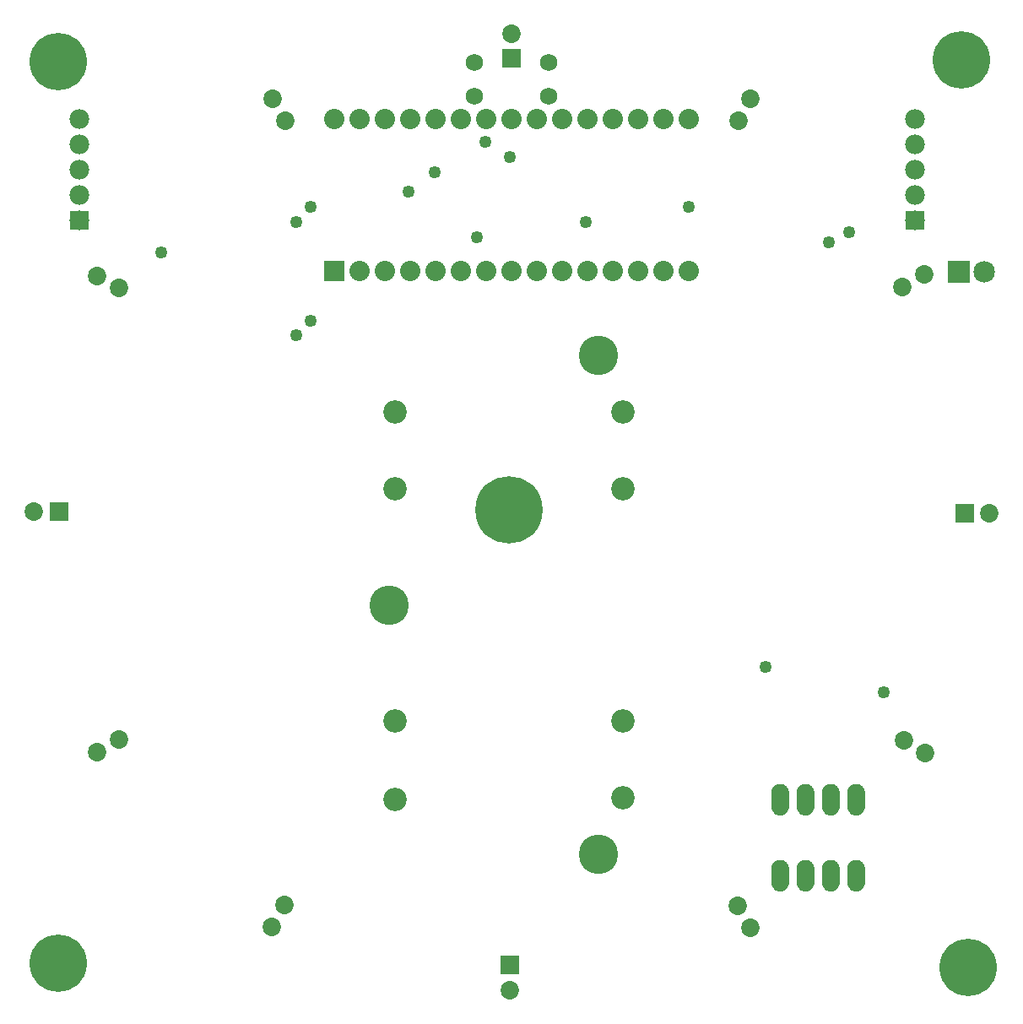
<source format=gbs>
G04 MADE WITH FRITZING*
G04 WWW.FRITZING.ORG*
G04 DOUBLE SIDED*
G04 HOLES PLATED*
G04 CONTOUR ON CENTER OF CONTOUR VECTOR*
%ASAXBY*%
%FSLAX23Y23*%
%MOIN*%
%OFA0B0*%
%SFA1.0B1.0*%
%ADD10C,0.049370*%
%ADD11C,0.085000*%
%ADD12C,0.068189*%
%ADD13C,0.069055*%
%ADD14C,0.080000*%
%ADD15C,0.092677*%
%ADD16C,0.265905*%
%ADD17C,0.155669*%
%ADD18C,0.072992*%
%ADD19C,0.226535*%
%ADD20C,0.077559*%
%ADD21R,0.085000X0.085000*%
%ADD22R,0.080000X0.079972*%
%ADD23R,0.072992X0.072992*%
%ADD24R,0.077559X0.077559*%
%ADD25C,0.025748*%
%ADD26R,0.001000X0.001000*%
%LNMASK0*%
G90*
G70*
G54D10*
X1838Y3050D03*
G54D11*
X3741Y2912D03*
X3841Y2912D03*
G54D12*
X3036Y527D03*
X3136Y527D03*
X3236Y527D03*
X3336Y527D03*
X3336Y827D03*
X3236Y827D03*
X3136Y827D03*
X3036Y827D03*
G54D13*
X1829Y3739D03*
X1829Y3605D03*
X1829Y3739D03*
X1829Y3605D03*
X2120Y3739D03*
X2120Y3605D03*
X2120Y3739D03*
X2120Y3605D03*
G54D14*
X1273Y2914D03*
X1373Y2914D03*
X1473Y2914D03*
X1573Y2914D03*
X1673Y2914D03*
X1773Y2914D03*
X1873Y2914D03*
X1973Y2914D03*
X2073Y2914D03*
X2173Y2914D03*
X2273Y2914D03*
X2373Y2914D03*
X2473Y2914D03*
X2573Y2914D03*
X2673Y2914D03*
X1273Y3514D03*
X1373Y3514D03*
X1473Y3514D03*
X1573Y3514D03*
X1673Y3514D03*
X1773Y3514D03*
X1873Y3514D03*
X1973Y3514D03*
X2073Y3514D03*
X2173Y3514D03*
X2273Y3514D03*
X2373Y3514D03*
X2473Y3514D03*
X2573Y3514D03*
X2673Y3514D03*
G54D10*
X591Y2990D03*
X1123Y2661D03*
X1182Y2720D03*
X1182Y3168D03*
X1123Y3109D03*
X2269Y3110D03*
X2675Y3169D03*
X2976Y1351D03*
X3308Y3069D03*
X3445Y1253D03*
X3229Y3030D03*
X1670Y3305D03*
X1969Y3365D03*
X1567Y3230D03*
X1871Y3424D03*
G54D15*
X2415Y2358D03*
X2415Y2055D03*
X1515Y2055D03*
X1515Y2358D03*
X1515Y829D03*
X1515Y1140D03*
X2415Y1140D03*
X2415Y837D03*
G54D16*
X1965Y1971D03*
G54D17*
X2319Y2582D03*
X1492Y1597D03*
X2319Y613D03*
G54D18*
X424Y2848D03*
X338Y2897D03*
X424Y2848D03*
X338Y2897D03*
X1975Y3755D03*
X1975Y3853D03*
X1975Y3755D03*
X1975Y3853D03*
G54D19*
X184Y181D03*
X3751Y3749D03*
X183Y3741D03*
X3776Y167D03*
G54D20*
X269Y3117D03*
X269Y3217D03*
X269Y3317D03*
X269Y3417D03*
X269Y3517D03*
X3569Y3117D03*
X3569Y3217D03*
X3569Y3317D03*
X3569Y3417D03*
X3569Y3517D03*
G54D18*
X186Y1967D03*
X87Y1967D03*
X186Y1967D03*
X87Y1967D03*
X2870Y3509D03*
X2919Y3595D03*
X2870Y3509D03*
X2919Y3595D03*
X3519Y2853D03*
X3604Y2902D03*
X3519Y2853D03*
X3604Y2902D03*
X425Y1067D03*
X339Y1017D03*
X425Y1067D03*
X339Y1017D03*
X1077Y411D03*
X1027Y326D03*
X1077Y411D03*
X1027Y326D03*
X2868Y408D03*
X2917Y323D03*
X2868Y408D03*
X2917Y323D03*
X1969Y174D03*
X1969Y75D03*
X1969Y174D03*
X1969Y75D03*
X1080Y3510D03*
X1031Y3595D03*
X1080Y3510D03*
X1031Y3595D03*
X3763Y1960D03*
X3862Y1960D03*
X3763Y1960D03*
X3862Y1960D03*
X3523Y1062D03*
X3608Y1013D03*
X3523Y1062D03*
X3608Y1013D03*
G54D21*
X3741Y2912D03*
G54D22*
X1273Y2914D03*
G54D23*
X1975Y3755D03*
X1975Y3755D03*
G54D24*
X269Y3117D03*
X3569Y3117D03*
G54D23*
X186Y1967D03*
X186Y1967D03*
X1969Y174D03*
X1969Y174D03*
X3763Y1960D03*
X3763Y1960D03*
G54D25*
G36*
X415Y2881D02*
X456Y2857D01*
X432Y2816D01*
X391Y2840D01*
X415Y2881D01*
G37*
D02*
G36*
X415Y2881D02*
X456Y2857D01*
X432Y2816D01*
X391Y2840D01*
X415Y2881D01*
G37*
D02*
G36*
X2902Y3518D02*
X2878Y3477D01*
X2838Y3501D01*
X2861Y3542D01*
X2902Y3518D01*
G37*
D02*
G36*
X2902Y3518D02*
X2878Y3477D01*
X2838Y3501D01*
X2861Y3542D01*
X2902Y3518D01*
G37*
D02*
G36*
X3551Y2844D02*
X3510Y2820D01*
X3486Y2861D01*
X3527Y2885D01*
X3551Y2844D01*
G37*
D02*
G36*
X3551Y2844D02*
X3510Y2820D01*
X3486Y2861D01*
X3527Y2885D01*
X3551Y2844D01*
G37*
D02*
G36*
X392Y1075D02*
X433Y1099D01*
X457Y1058D01*
X416Y1034D01*
X392Y1075D01*
G37*
D02*
G36*
X392Y1075D02*
X433Y1099D01*
X457Y1058D01*
X416Y1034D01*
X392Y1075D01*
G37*
D02*
G36*
X1044Y403D02*
X1068Y444D01*
X1109Y420D01*
X1085Y379D01*
X1044Y403D01*
G37*
D02*
G36*
X1044Y403D02*
X1068Y444D01*
X1109Y420D01*
X1085Y379D01*
X1044Y403D01*
G37*
D02*
G36*
X2859Y376D02*
X2836Y416D01*
X2877Y440D01*
X2900Y399D01*
X2859Y376D01*
G37*
D02*
G36*
X2859Y376D02*
X2836Y416D01*
X2877Y440D01*
X2900Y399D01*
X2859Y376D01*
G37*
D02*
G36*
X1089Y3542D02*
X1113Y3502D01*
X1072Y3478D01*
X1048Y3519D01*
X1089Y3542D01*
G37*
D02*
G36*
X1089Y3542D02*
X1113Y3502D01*
X1072Y3478D01*
X1048Y3519D01*
X1089Y3542D01*
G37*
D02*
G36*
X3531Y1029D02*
X3490Y1053D01*
X3514Y1094D01*
X3555Y1070D01*
X3531Y1029D01*
G37*
D02*
G36*
X3531Y1029D02*
X3490Y1053D01*
X3514Y1094D01*
X3555Y1070D01*
X3531Y1029D01*
G37*
D02*
G54D26*
X3335Y891D02*
X3335Y891D01*
X3028Y890D02*
X3043Y890D01*
X3128Y890D02*
X3143Y890D01*
X3228Y890D02*
X3243Y890D01*
X3328Y890D02*
X3343Y890D01*
X3025Y889D02*
X3046Y889D01*
X3125Y889D02*
X3146Y889D01*
X3225Y889D02*
X3246Y889D01*
X3325Y889D02*
X3346Y889D01*
X3022Y888D02*
X3049Y888D01*
X3122Y888D02*
X3149Y888D01*
X3222Y888D02*
X3249Y888D01*
X3322Y888D02*
X3349Y888D01*
X3020Y887D02*
X3051Y887D01*
X3120Y887D02*
X3151Y887D01*
X3220Y887D02*
X3251Y887D01*
X3320Y887D02*
X3351Y887D01*
X3018Y886D02*
X3052Y886D01*
X3118Y886D02*
X3152Y886D01*
X3218Y886D02*
X3252Y886D01*
X3318Y886D02*
X3352Y886D01*
X3017Y885D02*
X3054Y885D01*
X3117Y885D02*
X3154Y885D01*
X3217Y885D02*
X3254Y885D01*
X3317Y885D02*
X3354Y885D01*
X3015Y884D02*
X3055Y884D01*
X3115Y884D02*
X3155Y884D01*
X3215Y884D02*
X3255Y884D01*
X3315Y884D02*
X3355Y884D01*
X3014Y883D02*
X3057Y883D01*
X3114Y883D02*
X3157Y883D01*
X3214Y883D02*
X3257Y883D01*
X3314Y883D02*
X3357Y883D01*
X3013Y882D02*
X3058Y882D01*
X3113Y882D02*
X3158Y882D01*
X3213Y882D02*
X3258Y882D01*
X3313Y882D02*
X3358Y882D01*
X3012Y881D02*
X3059Y881D01*
X3112Y881D02*
X3159Y881D01*
X3212Y881D02*
X3259Y881D01*
X3312Y881D02*
X3359Y881D01*
X3011Y880D02*
X3060Y880D01*
X3111Y880D02*
X3160Y880D01*
X3211Y880D02*
X3260Y880D01*
X3311Y880D02*
X3360Y880D01*
X3010Y879D02*
X3061Y879D01*
X3110Y879D02*
X3161Y879D01*
X3210Y879D02*
X3261Y879D01*
X3310Y879D02*
X3361Y879D01*
X3009Y878D02*
X3062Y878D01*
X3109Y878D02*
X3162Y878D01*
X3209Y878D02*
X3262Y878D01*
X3309Y878D02*
X3362Y878D01*
X3008Y877D02*
X3062Y877D01*
X3108Y877D02*
X3162Y877D01*
X3208Y877D02*
X3262Y877D01*
X3308Y877D02*
X3362Y877D01*
X3008Y876D02*
X3063Y876D01*
X3108Y876D02*
X3163Y876D01*
X3208Y876D02*
X3263Y876D01*
X3308Y876D02*
X3363Y876D01*
X3007Y875D02*
X3064Y875D01*
X3107Y875D02*
X3164Y875D01*
X3207Y875D02*
X3264Y875D01*
X3307Y875D02*
X3364Y875D01*
X3006Y874D02*
X3064Y874D01*
X3106Y874D02*
X3164Y874D01*
X3206Y874D02*
X3264Y874D01*
X3306Y874D02*
X3364Y874D01*
X3006Y873D02*
X3065Y873D01*
X3106Y873D02*
X3165Y873D01*
X3206Y873D02*
X3265Y873D01*
X3306Y873D02*
X3365Y873D01*
X3005Y872D02*
X3065Y872D01*
X3105Y872D02*
X3165Y872D01*
X3205Y872D02*
X3265Y872D01*
X3305Y872D02*
X3365Y872D01*
X3005Y871D02*
X3066Y871D01*
X3105Y871D02*
X3166Y871D01*
X3205Y871D02*
X3266Y871D01*
X3305Y871D02*
X3366Y871D01*
X3004Y870D02*
X3066Y870D01*
X3104Y870D02*
X3166Y870D01*
X3204Y870D02*
X3266Y870D01*
X3304Y870D02*
X3366Y870D01*
X3004Y869D02*
X3067Y869D01*
X3104Y869D02*
X3167Y869D01*
X3204Y869D02*
X3267Y869D01*
X3304Y869D02*
X3367Y869D01*
X3004Y868D02*
X3067Y868D01*
X3104Y868D02*
X3167Y868D01*
X3204Y868D02*
X3267Y868D01*
X3304Y868D02*
X3367Y868D01*
X3003Y867D02*
X3067Y867D01*
X3103Y867D02*
X3167Y867D01*
X3203Y867D02*
X3267Y867D01*
X3303Y867D02*
X3367Y867D01*
X3003Y866D02*
X3068Y866D01*
X3103Y866D02*
X3168Y866D01*
X3203Y866D02*
X3268Y866D01*
X3303Y866D02*
X3368Y866D01*
X3003Y865D02*
X3068Y865D01*
X3103Y865D02*
X3168Y865D01*
X3203Y865D02*
X3268Y865D01*
X3303Y865D02*
X3368Y865D01*
X3003Y864D02*
X3068Y864D01*
X3103Y864D02*
X3168Y864D01*
X3203Y864D02*
X3268Y864D01*
X3303Y864D02*
X3368Y864D01*
X3002Y863D02*
X3068Y863D01*
X3102Y863D02*
X3168Y863D01*
X3202Y863D02*
X3268Y863D01*
X3302Y863D02*
X3368Y863D01*
X3002Y862D02*
X3068Y862D01*
X3102Y862D02*
X3168Y862D01*
X3202Y862D02*
X3268Y862D01*
X3302Y862D02*
X3368Y862D01*
X3002Y861D02*
X3069Y861D01*
X3102Y861D02*
X3169Y861D01*
X3202Y861D02*
X3269Y861D01*
X3302Y861D02*
X3369Y861D01*
X3002Y860D02*
X3069Y860D01*
X3102Y860D02*
X3169Y860D01*
X3202Y860D02*
X3269Y860D01*
X3302Y860D02*
X3369Y860D01*
X3002Y859D02*
X3069Y859D01*
X3102Y859D02*
X3169Y859D01*
X3202Y859D02*
X3269Y859D01*
X3302Y859D02*
X3369Y859D01*
X3002Y858D02*
X3069Y858D01*
X3102Y858D02*
X3169Y858D01*
X3202Y858D02*
X3269Y858D01*
X3302Y858D02*
X3369Y858D01*
X3002Y857D02*
X3069Y857D01*
X3102Y857D02*
X3169Y857D01*
X3202Y857D02*
X3269Y857D01*
X3302Y857D02*
X3369Y857D01*
X3002Y856D02*
X3069Y856D01*
X3102Y856D02*
X3169Y856D01*
X3202Y856D02*
X3269Y856D01*
X3302Y856D02*
X3369Y856D01*
X3002Y855D02*
X3069Y855D01*
X3102Y855D02*
X3169Y855D01*
X3202Y855D02*
X3269Y855D01*
X3302Y855D02*
X3369Y855D01*
X3002Y854D02*
X3069Y854D01*
X3102Y854D02*
X3169Y854D01*
X3202Y854D02*
X3269Y854D01*
X3302Y854D02*
X3369Y854D01*
X3002Y853D02*
X3069Y853D01*
X3102Y853D02*
X3169Y853D01*
X3202Y853D02*
X3269Y853D01*
X3302Y853D02*
X3369Y853D01*
X3002Y852D02*
X3069Y852D01*
X3102Y852D02*
X3169Y852D01*
X3202Y852D02*
X3269Y852D01*
X3302Y852D02*
X3369Y852D01*
X3002Y851D02*
X3069Y851D01*
X3102Y851D02*
X3169Y851D01*
X3202Y851D02*
X3269Y851D01*
X3302Y851D02*
X3369Y851D01*
X3002Y850D02*
X3069Y850D01*
X3102Y850D02*
X3169Y850D01*
X3202Y850D02*
X3269Y850D01*
X3302Y850D02*
X3369Y850D01*
X3002Y849D02*
X3069Y849D01*
X3102Y849D02*
X3169Y849D01*
X3202Y849D02*
X3269Y849D01*
X3302Y849D02*
X3369Y849D01*
X3002Y848D02*
X3069Y848D01*
X3102Y848D02*
X3169Y848D01*
X3202Y848D02*
X3269Y848D01*
X3302Y848D02*
X3369Y848D01*
X3002Y847D02*
X3069Y847D01*
X3102Y847D02*
X3169Y847D01*
X3202Y847D02*
X3269Y847D01*
X3302Y847D02*
X3369Y847D01*
X3002Y846D02*
X3069Y846D01*
X3102Y846D02*
X3169Y846D01*
X3202Y846D02*
X3269Y846D01*
X3302Y846D02*
X3369Y846D01*
X3002Y845D02*
X3069Y845D01*
X3102Y845D02*
X3169Y845D01*
X3202Y845D02*
X3269Y845D01*
X3302Y845D02*
X3369Y845D01*
X3002Y844D02*
X3069Y844D01*
X3102Y844D02*
X3169Y844D01*
X3202Y844D02*
X3269Y844D01*
X3302Y844D02*
X3369Y844D01*
X3002Y843D02*
X3069Y843D01*
X3102Y843D02*
X3169Y843D01*
X3202Y843D02*
X3269Y843D01*
X3302Y843D02*
X3369Y843D01*
X3002Y842D02*
X3069Y842D01*
X3102Y842D02*
X3169Y842D01*
X3202Y842D02*
X3269Y842D01*
X3302Y842D02*
X3369Y842D01*
X3002Y841D02*
X3030Y841D01*
X3041Y841D02*
X3069Y841D01*
X3102Y841D02*
X3130Y841D01*
X3141Y841D02*
X3169Y841D01*
X3202Y841D02*
X3230Y841D01*
X3241Y841D02*
X3269Y841D01*
X3302Y841D02*
X3330Y841D01*
X3341Y841D02*
X3369Y841D01*
X3002Y840D02*
X3028Y840D01*
X3043Y840D02*
X3069Y840D01*
X3102Y840D02*
X3128Y840D01*
X3143Y840D02*
X3169Y840D01*
X3202Y840D02*
X3228Y840D01*
X3243Y840D02*
X3269Y840D01*
X3302Y840D02*
X3328Y840D01*
X3343Y840D02*
X3369Y840D01*
X3002Y839D02*
X3026Y839D01*
X3044Y839D02*
X3069Y839D01*
X3102Y839D02*
X3126Y839D01*
X3144Y839D02*
X3169Y839D01*
X3202Y839D02*
X3226Y839D01*
X3244Y839D02*
X3269Y839D01*
X3302Y839D02*
X3326Y839D01*
X3344Y839D02*
X3369Y839D01*
X3002Y838D02*
X3025Y838D01*
X3046Y838D02*
X3069Y838D01*
X3102Y838D02*
X3125Y838D01*
X3146Y838D02*
X3169Y838D01*
X3202Y838D02*
X3225Y838D01*
X3246Y838D02*
X3269Y838D01*
X3302Y838D02*
X3325Y838D01*
X3346Y838D02*
X3369Y838D01*
X3002Y837D02*
X3024Y837D01*
X3046Y837D02*
X3069Y837D01*
X3102Y837D02*
X3124Y837D01*
X3146Y837D02*
X3169Y837D01*
X3202Y837D02*
X3224Y837D01*
X3246Y837D02*
X3269Y837D01*
X3302Y837D02*
X3324Y837D01*
X3346Y837D02*
X3369Y837D01*
X3002Y836D02*
X3023Y836D01*
X3047Y836D02*
X3069Y836D01*
X3102Y836D02*
X3123Y836D01*
X3147Y836D02*
X3169Y836D01*
X3202Y836D02*
X3223Y836D01*
X3247Y836D02*
X3269Y836D01*
X3302Y836D02*
X3323Y836D01*
X3347Y836D02*
X3369Y836D01*
X3002Y835D02*
X3023Y835D01*
X3048Y835D02*
X3069Y835D01*
X3102Y835D02*
X3123Y835D01*
X3148Y835D02*
X3169Y835D01*
X3202Y835D02*
X3223Y835D01*
X3248Y835D02*
X3269Y835D01*
X3302Y835D02*
X3323Y835D01*
X3348Y835D02*
X3369Y835D01*
X3002Y834D02*
X3022Y834D01*
X3049Y834D02*
X3069Y834D01*
X3102Y834D02*
X3122Y834D01*
X3149Y834D02*
X3169Y834D01*
X3202Y834D02*
X3222Y834D01*
X3249Y834D02*
X3269Y834D01*
X3302Y834D02*
X3322Y834D01*
X3349Y834D02*
X3369Y834D01*
X3002Y833D02*
X3022Y833D01*
X3049Y833D02*
X3069Y833D01*
X3102Y833D02*
X3122Y833D01*
X3149Y833D02*
X3169Y833D01*
X3202Y833D02*
X3222Y833D01*
X3249Y833D02*
X3269Y833D01*
X3302Y833D02*
X3322Y833D01*
X3349Y833D02*
X3369Y833D01*
X3002Y832D02*
X3021Y832D01*
X3049Y832D02*
X3069Y832D01*
X3102Y832D02*
X3121Y832D01*
X3149Y832D02*
X3169Y832D01*
X3202Y832D02*
X3221Y832D01*
X3249Y832D02*
X3269Y832D01*
X3302Y832D02*
X3321Y832D01*
X3349Y832D02*
X3369Y832D01*
X3002Y831D02*
X3021Y831D01*
X3050Y831D02*
X3069Y831D01*
X3102Y831D02*
X3121Y831D01*
X3150Y831D02*
X3169Y831D01*
X3202Y831D02*
X3221Y831D01*
X3250Y831D02*
X3269Y831D01*
X3302Y831D02*
X3321Y831D01*
X3350Y831D02*
X3369Y831D01*
X3002Y830D02*
X3021Y830D01*
X3050Y830D02*
X3069Y830D01*
X3102Y830D02*
X3121Y830D01*
X3150Y830D02*
X3169Y830D01*
X3202Y830D02*
X3221Y830D01*
X3250Y830D02*
X3269Y830D01*
X3302Y830D02*
X3321Y830D01*
X3350Y830D02*
X3369Y830D01*
X3002Y829D02*
X3021Y829D01*
X3050Y829D02*
X3069Y829D01*
X3102Y829D02*
X3121Y829D01*
X3150Y829D02*
X3169Y829D01*
X3202Y829D02*
X3221Y829D01*
X3250Y829D02*
X3269Y829D01*
X3302Y829D02*
X3321Y829D01*
X3350Y829D02*
X3369Y829D01*
X3002Y828D02*
X3021Y828D01*
X3050Y828D02*
X3069Y828D01*
X3102Y828D02*
X3121Y828D01*
X3150Y828D02*
X3169Y828D01*
X3202Y828D02*
X3221Y828D01*
X3250Y828D02*
X3269Y828D01*
X3302Y828D02*
X3321Y828D01*
X3350Y828D02*
X3369Y828D01*
X3002Y827D02*
X3021Y827D01*
X3050Y827D02*
X3069Y827D01*
X3102Y827D02*
X3121Y827D01*
X3150Y827D02*
X3169Y827D01*
X3202Y827D02*
X3221Y827D01*
X3250Y827D02*
X3269Y827D01*
X3302Y827D02*
X3321Y827D01*
X3350Y827D02*
X3369Y827D01*
X3002Y826D02*
X3021Y826D01*
X3050Y826D02*
X3069Y826D01*
X3102Y826D02*
X3121Y826D01*
X3150Y826D02*
X3169Y826D01*
X3202Y826D02*
X3221Y826D01*
X3250Y826D02*
X3269Y826D01*
X3302Y826D02*
X3321Y826D01*
X3350Y826D02*
X3369Y826D01*
X3002Y825D02*
X3021Y825D01*
X3050Y825D02*
X3069Y825D01*
X3102Y825D02*
X3121Y825D01*
X3150Y825D02*
X3169Y825D01*
X3202Y825D02*
X3221Y825D01*
X3250Y825D02*
X3269Y825D01*
X3302Y825D02*
X3321Y825D01*
X3350Y825D02*
X3369Y825D01*
X3002Y824D02*
X3021Y824D01*
X3049Y824D02*
X3069Y824D01*
X3102Y824D02*
X3121Y824D01*
X3149Y824D02*
X3169Y824D01*
X3202Y824D02*
X3221Y824D01*
X3249Y824D02*
X3269Y824D01*
X3302Y824D02*
X3321Y824D01*
X3349Y824D02*
X3369Y824D01*
X3002Y823D02*
X3022Y823D01*
X3049Y823D02*
X3069Y823D01*
X3102Y823D02*
X3122Y823D01*
X3149Y823D02*
X3169Y823D01*
X3202Y823D02*
X3222Y823D01*
X3249Y823D02*
X3269Y823D01*
X3302Y823D02*
X3322Y823D01*
X3349Y823D02*
X3369Y823D01*
X3002Y822D02*
X3022Y822D01*
X3049Y822D02*
X3069Y822D01*
X3102Y822D02*
X3122Y822D01*
X3149Y822D02*
X3169Y822D01*
X3202Y822D02*
X3222Y822D01*
X3249Y822D02*
X3269Y822D01*
X3302Y822D02*
X3322Y822D01*
X3349Y822D02*
X3369Y822D01*
X3002Y821D02*
X3023Y821D01*
X3048Y821D02*
X3069Y821D01*
X3102Y821D02*
X3123Y821D01*
X3148Y821D02*
X3169Y821D01*
X3202Y821D02*
X3223Y821D01*
X3248Y821D02*
X3269Y821D01*
X3302Y821D02*
X3323Y821D01*
X3348Y821D02*
X3369Y821D01*
X3002Y820D02*
X3023Y820D01*
X3048Y820D02*
X3069Y820D01*
X3102Y820D02*
X3123Y820D01*
X3148Y820D02*
X3169Y820D01*
X3202Y820D02*
X3223Y820D01*
X3248Y820D02*
X3269Y820D01*
X3302Y820D02*
X3323Y820D01*
X3348Y820D02*
X3369Y820D01*
X3002Y819D02*
X3024Y819D01*
X3047Y819D02*
X3069Y819D01*
X3102Y819D02*
X3124Y819D01*
X3147Y819D02*
X3169Y819D01*
X3202Y819D02*
X3224Y819D01*
X3247Y819D02*
X3269Y819D01*
X3302Y819D02*
X3324Y819D01*
X3347Y819D02*
X3369Y819D01*
X3002Y818D02*
X3025Y818D01*
X3046Y818D02*
X3069Y818D01*
X3102Y818D02*
X3125Y818D01*
X3146Y818D02*
X3169Y818D01*
X3202Y818D02*
X3225Y818D01*
X3246Y818D02*
X3269Y818D01*
X3302Y818D02*
X3325Y818D01*
X3346Y818D02*
X3369Y818D01*
X3002Y817D02*
X3026Y817D01*
X3045Y817D02*
X3069Y817D01*
X3102Y817D02*
X3126Y817D01*
X3145Y817D02*
X3169Y817D01*
X3202Y817D02*
X3226Y817D01*
X3245Y817D02*
X3269Y817D01*
X3302Y817D02*
X3326Y817D01*
X3345Y817D02*
X3369Y817D01*
X3002Y816D02*
X3027Y816D01*
X3044Y816D02*
X3069Y816D01*
X3102Y816D02*
X3127Y816D01*
X3144Y816D02*
X3169Y816D01*
X3202Y816D02*
X3227Y816D01*
X3244Y816D02*
X3269Y816D01*
X3302Y816D02*
X3327Y816D01*
X3344Y816D02*
X3369Y816D01*
X3002Y815D02*
X3029Y815D01*
X3042Y815D02*
X3069Y815D01*
X3102Y815D02*
X3129Y815D01*
X3142Y815D02*
X3169Y815D01*
X3202Y815D02*
X3229Y815D01*
X3242Y815D02*
X3269Y815D01*
X3302Y815D02*
X3329Y815D01*
X3342Y815D02*
X3369Y815D01*
X3002Y814D02*
X3032Y814D01*
X3039Y814D02*
X3069Y814D01*
X3102Y814D02*
X3132Y814D01*
X3139Y814D02*
X3169Y814D01*
X3202Y814D02*
X3232Y814D01*
X3239Y814D02*
X3269Y814D01*
X3302Y814D02*
X3332Y814D01*
X3339Y814D02*
X3369Y814D01*
X3002Y813D02*
X3069Y813D01*
X3102Y813D02*
X3169Y813D01*
X3202Y813D02*
X3269Y813D01*
X3302Y813D02*
X3369Y813D01*
X3002Y812D02*
X3069Y812D01*
X3102Y812D02*
X3169Y812D01*
X3202Y812D02*
X3269Y812D01*
X3302Y812D02*
X3369Y812D01*
X3002Y811D02*
X3069Y811D01*
X3102Y811D02*
X3169Y811D01*
X3202Y811D02*
X3269Y811D01*
X3302Y811D02*
X3369Y811D01*
X3002Y810D02*
X3069Y810D01*
X3102Y810D02*
X3169Y810D01*
X3202Y810D02*
X3269Y810D01*
X3302Y810D02*
X3369Y810D01*
X3002Y809D02*
X3069Y809D01*
X3102Y809D02*
X3169Y809D01*
X3202Y809D02*
X3269Y809D01*
X3302Y809D02*
X3369Y809D01*
X3002Y808D02*
X3069Y808D01*
X3102Y808D02*
X3169Y808D01*
X3202Y808D02*
X3269Y808D01*
X3302Y808D02*
X3369Y808D01*
X3002Y807D02*
X3069Y807D01*
X3102Y807D02*
X3169Y807D01*
X3202Y807D02*
X3269Y807D01*
X3302Y807D02*
X3369Y807D01*
X3002Y806D02*
X3069Y806D01*
X3102Y806D02*
X3169Y806D01*
X3202Y806D02*
X3269Y806D01*
X3302Y806D02*
X3369Y806D01*
X3002Y805D02*
X3069Y805D01*
X3102Y805D02*
X3169Y805D01*
X3202Y805D02*
X3269Y805D01*
X3302Y805D02*
X3369Y805D01*
X3002Y804D02*
X3069Y804D01*
X3102Y804D02*
X3169Y804D01*
X3202Y804D02*
X3269Y804D01*
X3302Y804D02*
X3369Y804D01*
X3002Y803D02*
X3069Y803D01*
X3102Y803D02*
X3169Y803D01*
X3202Y803D02*
X3269Y803D01*
X3302Y803D02*
X3369Y803D01*
X3002Y802D02*
X3069Y802D01*
X3102Y802D02*
X3169Y802D01*
X3202Y802D02*
X3269Y802D01*
X3302Y802D02*
X3369Y802D01*
X3002Y801D02*
X3069Y801D01*
X3102Y801D02*
X3169Y801D01*
X3202Y801D02*
X3269Y801D01*
X3302Y801D02*
X3369Y801D01*
X3002Y800D02*
X3069Y800D01*
X3102Y800D02*
X3169Y800D01*
X3202Y800D02*
X3269Y800D01*
X3302Y800D02*
X3369Y800D01*
X3002Y799D02*
X3069Y799D01*
X3102Y799D02*
X3169Y799D01*
X3202Y799D02*
X3269Y799D01*
X3302Y799D02*
X3369Y799D01*
X3002Y798D02*
X3069Y798D01*
X3102Y798D02*
X3169Y798D01*
X3202Y798D02*
X3269Y798D01*
X3302Y798D02*
X3369Y798D01*
X3002Y797D02*
X3069Y797D01*
X3102Y797D02*
X3169Y797D01*
X3202Y797D02*
X3269Y797D01*
X3302Y797D02*
X3369Y797D01*
X3002Y796D02*
X3069Y796D01*
X3102Y796D02*
X3169Y796D01*
X3202Y796D02*
X3269Y796D01*
X3302Y796D02*
X3369Y796D01*
X3002Y795D02*
X3069Y795D01*
X3102Y795D02*
X3169Y795D01*
X3202Y795D02*
X3269Y795D01*
X3302Y795D02*
X3369Y795D01*
X3002Y794D02*
X3069Y794D01*
X3102Y794D02*
X3169Y794D01*
X3202Y794D02*
X3269Y794D01*
X3302Y794D02*
X3369Y794D01*
X3002Y793D02*
X3068Y793D01*
X3102Y793D02*
X3168Y793D01*
X3202Y793D02*
X3268Y793D01*
X3302Y793D02*
X3368Y793D01*
X3002Y792D02*
X3068Y792D01*
X3102Y792D02*
X3168Y792D01*
X3202Y792D02*
X3268Y792D01*
X3302Y792D02*
X3368Y792D01*
X3003Y791D02*
X3068Y791D01*
X3103Y791D02*
X3168Y791D01*
X3203Y791D02*
X3268Y791D01*
X3303Y791D02*
X3368Y791D01*
X3003Y790D02*
X3068Y790D01*
X3103Y790D02*
X3168Y790D01*
X3203Y790D02*
X3268Y790D01*
X3303Y790D02*
X3368Y790D01*
X3003Y789D02*
X3067Y789D01*
X3103Y789D02*
X3167Y789D01*
X3203Y789D02*
X3267Y789D01*
X3303Y789D02*
X3367Y789D01*
X3004Y788D02*
X3067Y788D01*
X3104Y788D02*
X3167Y788D01*
X3204Y788D02*
X3267Y788D01*
X3304Y788D02*
X3367Y788D01*
X3004Y787D02*
X3067Y787D01*
X3104Y787D02*
X3167Y787D01*
X3204Y787D02*
X3267Y787D01*
X3304Y787D02*
X3367Y787D01*
X3004Y786D02*
X3066Y786D01*
X3104Y786D02*
X3166Y786D01*
X3204Y786D02*
X3266Y786D01*
X3304Y786D02*
X3366Y786D01*
X3005Y785D02*
X3066Y785D01*
X3105Y785D02*
X3166Y785D01*
X3205Y785D02*
X3266Y785D01*
X3305Y785D02*
X3366Y785D01*
X3005Y784D02*
X3065Y784D01*
X3105Y784D02*
X3165Y784D01*
X3205Y784D02*
X3265Y784D01*
X3305Y784D02*
X3365Y784D01*
X3006Y783D02*
X3065Y783D01*
X3106Y783D02*
X3165Y783D01*
X3206Y783D02*
X3265Y783D01*
X3306Y783D02*
X3365Y783D01*
X3006Y782D02*
X3064Y782D01*
X3106Y782D02*
X3164Y782D01*
X3206Y782D02*
X3264Y782D01*
X3306Y782D02*
X3364Y782D01*
X3007Y781D02*
X3064Y781D01*
X3107Y781D02*
X3164Y781D01*
X3207Y781D02*
X3264Y781D01*
X3307Y781D02*
X3364Y781D01*
X3007Y780D02*
X3063Y780D01*
X3107Y780D02*
X3163Y780D01*
X3207Y780D02*
X3263Y780D01*
X3307Y780D02*
X3363Y780D01*
X3008Y779D02*
X3063Y779D01*
X3108Y779D02*
X3163Y779D01*
X3208Y779D02*
X3263Y779D01*
X3308Y779D02*
X3363Y779D01*
X3009Y778D02*
X3062Y778D01*
X3109Y778D02*
X3162Y778D01*
X3209Y778D02*
X3262Y778D01*
X3309Y778D02*
X3362Y778D01*
X3010Y777D02*
X3061Y777D01*
X3110Y777D02*
X3161Y777D01*
X3210Y777D02*
X3261Y777D01*
X3310Y777D02*
X3361Y777D01*
X3010Y776D02*
X3060Y776D01*
X3110Y776D02*
X3160Y776D01*
X3210Y776D02*
X3260Y776D01*
X3310Y776D02*
X3360Y776D01*
X3011Y775D02*
X3059Y775D01*
X3111Y775D02*
X3159Y775D01*
X3211Y775D02*
X3259Y775D01*
X3311Y775D02*
X3359Y775D01*
X3012Y774D02*
X3058Y774D01*
X3112Y774D02*
X3158Y774D01*
X3212Y774D02*
X3258Y774D01*
X3312Y774D02*
X3358Y774D01*
X3014Y773D02*
X3057Y773D01*
X3114Y773D02*
X3157Y773D01*
X3214Y773D02*
X3257Y773D01*
X3314Y773D02*
X3357Y773D01*
X3015Y772D02*
X3056Y772D01*
X3115Y772D02*
X3156Y772D01*
X3215Y772D02*
X3256Y772D01*
X3315Y772D02*
X3356Y772D01*
X3016Y771D02*
X3055Y771D01*
X3116Y771D02*
X3155Y771D01*
X3216Y771D02*
X3255Y771D01*
X3316Y771D02*
X3355Y771D01*
X3018Y770D02*
X3053Y770D01*
X3118Y770D02*
X3153Y770D01*
X3218Y770D02*
X3253Y770D01*
X3318Y770D02*
X3353Y770D01*
X3019Y769D02*
X3051Y769D01*
X3119Y769D02*
X3151Y769D01*
X3219Y769D02*
X3251Y769D01*
X3319Y769D02*
X3351Y769D01*
X3021Y768D02*
X3049Y768D01*
X3121Y768D02*
X3149Y768D01*
X3221Y768D02*
X3249Y768D01*
X3321Y768D02*
X3349Y768D01*
X3024Y767D02*
X3047Y767D01*
X3124Y767D02*
X3147Y767D01*
X3224Y767D02*
X3247Y767D01*
X3324Y767D02*
X3347Y767D01*
X3027Y766D02*
X3044Y766D01*
X3127Y766D02*
X3144Y766D01*
X3227Y766D02*
X3244Y766D01*
X3327Y766D02*
X3344Y766D01*
X3031Y765D02*
X3039Y765D01*
X3131Y765D02*
X3139Y765D01*
X3231Y765D02*
X3239Y765D01*
X3331Y765D02*
X3339Y765D01*
X3335Y591D02*
X3335Y591D01*
X3028Y590D02*
X3043Y590D01*
X3128Y590D02*
X3143Y590D01*
X3228Y590D02*
X3243Y590D01*
X3328Y590D02*
X3343Y590D01*
X3025Y589D02*
X3046Y589D01*
X3125Y589D02*
X3146Y589D01*
X3225Y589D02*
X3246Y589D01*
X3325Y589D02*
X3346Y589D01*
X3022Y588D02*
X3049Y588D01*
X3122Y588D02*
X3149Y588D01*
X3222Y588D02*
X3249Y588D01*
X3322Y588D02*
X3349Y588D01*
X3020Y587D02*
X3051Y587D01*
X3120Y587D02*
X3151Y587D01*
X3220Y587D02*
X3251Y587D01*
X3320Y587D02*
X3351Y587D01*
X3018Y586D02*
X3052Y586D01*
X3118Y586D02*
X3152Y586D01*
X3218Y586D02*
X3252Y586D01*
X3318Y586D02*
X3352Y586D01*
X3017Y585D02*
X3054Y585D01*
X3117Y585D02*
X3154Y585D01*
X3217Y585D02*
X3254Y585D01*
X3317Y585D02*
X3354Y585D01*
X3015Y584D02*
X3055Y584D01*
X3115Y584D02*
X3155Y584D01*
X3215Y584D02*
X3255Y584D01*
X3315Y584D02*
X3355Y584D01*
X3014Y583D02*
X3057Y583D01*
X3114Y583D02*
X3157Y583D01*
X3214Y583D02*
X3257Y583D01*
X3314Y583D02*
X3357Y583D01*
X3013Y582D02*
X3058Y582D01*
X3113Y582D02*
X3158Y582D01*
X3213Y582D02*
X3258Y582D01*
X3313Y582D02*
X3358Y582D01*
X3012Y581D02*
X3059Y581D01*
X3112Y581D02*
X3159Y581D01*
X3212Y581D02*
X3259Y581D01*
X3312Y581D02*
X3359Y581D01*
X3011Y580D02*
X3060Y580D01*
X3111Y580D02*
X3160Y580D01*
X3211Y580D02*
X3260Y580D01*
X3311Y580D02*
X3360Y580D01*
X3010Y579D02*
X3061Y579D01*
X3110Y579D02*
X3161Y579D01*
X3210Y579D02*
X3261Y579D01*
X3310Y579D02*
X3361Y579D01*
X3009Y578D02*
X3062Y578D01*
X3109Y578D02*
X3162Y578D01*
X3209Y578D02*
X3262Y578D01*
X3309Y578D02*
X3362Y578D01*
X3008Y577D02*
X3062Y577D01*
X3108Y577D02*
X3162Y577D01*
X3208Y577D02*
X3262Y577D01*
X3308Y577D02*
X3362Y577D01*
X3008Y576D02*
X3063Y576D01*
X3108Y576D02*
X3163Y576D01*
X3208Y576D02*
X3263Y576D01*
X3308Y576D02*
X3363Y576D01*
X3007Y575D02*
X3064Y575D01*
X3107Y575D02*
X3164Y575D01*
X3207Y575D02*
X3264Y575D01*
X3307Y575D02*
X3364Y575D01*
X3006Y574D02*
X3064Y574D01*
X3106Y574D02*
X3164Y574D01*
X3206Y574D02*
X3264Y574D01*
X3306Y574D02*
X3364Y574D01*
X3006Y573D02*
X3065Y573D01*
X3106Y573D02*
X3165Y573D01*
X3206Y573D02*
X3265Y573D01*
X3306Y573D02*
X3365Y573D01*
X3005Y572D02*
X3065Y572D01*
X3105Y572D02*
X3165Y572D01*
X3205Y572D02*
X3265Y572D01*
X3305Y572D02*
X3365Y572D01*
X3005Y571D02*
X3066Y571D01*
X3105Y571D02*
X3166Y571D01*
X3205Y571D02*
X3266Y571D01*
X3305Y571D02*
X3366Y571D01*
X3004Y570D02*
X3066Y570D01*
X3104Y570D02*
X3166Y570D01*
X3204Y570D02*
X3266Y570D01*
X3304Y570D02*
X3366Y570D01*
X3004Y569D02*
X3067Y569D01*
X3104Y569D02*
X3167Y569D01*
X3204Y569D02*
X3267Y569D01*
X3304Y569D02*
X3367Y569D01*
X3004Y568D02*
X3067Y568D01*
X3104Y568D02*
X3167Y568D01*
X3204Y568D02*
X3267Y568D01*
X3304Y568D02*
X3367Y568D01*
X3003Y567D02*
X3067Y567D01*
X3103Y567D02*
X3167Y567D01*
X3203Y567D02*
X3267Y567D01*
X3303Y567D02*
X3367Y567D01*
X3003Y566D02*
X3068Y566D01*
X3103Y566D02*
X3168Y566D01*
X3203Y566D02*
X3268Y566D01*
X3303Y566D02*
X3368Y566D01*
X3003Y565D02*
X3068Y565D01*
X3103Y565D02*
X3168Y565D01*
X3203Y565D02*
X3268Y565D01*
X3303Y565D02*
X3368Y565D01*
X3003Y564D02*
X3068Y564D01*
X3103Y564D02*
X3168Y564D01*
X3203Y564D02*
X3268Y564D01*
X3303Y564D02*
X3368Y564D01*
X3002Y563D02*
X3068Y563D01*
X3102Y563D02*
X3168Y563D01*
X3202Y563D02*
X3268Y563D01*
X3302Y563D02*
X3368Y563D01*
X3002Y562D02*
X3068Y562D01*
X3102Y562D02*
X3168Y562D01*
X3202Y562D02*
X3268Y562D01*
X3302Y562D02*
X3368Y562D01*
X3002Y561D02*
X3069Y561D01*
X3102Y561D02*
X3169Y561D01*
X3202Y561D02*
X3269Y561D01*
X3302Y561D02*
X3369Y561D01*
X3002Y560D02*
X3069Y560D01*
X3102Y560D02*
X3169Y560D01*
X3202Y560D02*
X3269Y560D01*
X3302Y560D02*
X3369Y560D01*
X3002Y559D02*
X3069Y559D01*
X3102Y559D02*
X3169Y559D01*
X3202Y559D02*
X3269Y559D01*
X3302Y559D02*
X3369Y559D01*
X3002Y558D02*
X3069Y558D01*
X3102Y558D02*
X3169Y558D01*
X3202Y558D02*
X3269Y558D01*
X3302Y558D02*
X3369Y558D01*
X3002Y557D02*
X3069Y557D01*
X3102Y557D02*
X3169Y557D01*
X3202Y557D02*
X3269Y557D01*
X3302Y557D02*
X3369Y557D01*
X3002Y556D02*
X3069Y556D01*
X3102Y556D02*
X3169Y556D01*
X3202Y556D02*
X3269Y556D01*
X3302Y556D02*
X3369Y556D01*
X3002Y555D02*
X3069Y555D01*
X3102Y555D02*
X3169Y555D01*
X3202Y555D02*
X3269Y555D01*
X3302Y555D02*
X3369Y555D01*
X3002Y554D02*
X3069Y554D01*
X3102Y554D02*
X3169Y554D01*
X3202Y554D02*
X3269Y554D01*
X3302Y554D02*
X3369Y554D01*
X3002Y553D02*
X3069Y553D01*
X3102Y553D02*
X3169Y553D01*
X3202Y553D02*
X3269Y553D01*
X3302Y553D02*
X3369Y553D01*
X3002Y552D02*
X3069Y552D01*
X3102Y552D02*
X3169Y552D01*
X3202Y552D02*
X3269Y552D01*
X3302Y552D02*
X3369Y552D01*
X3002Y551D02*
X3069Y551D01*
X3102Y551D02*
X3169Y551D01*
X3202Y551D02*
X3269Y551D01*
X3302Y551D02*
X3369Y551D01*
X3002Y550D02*
X3069Y550D01*
X3102Y550D02*
X3169Y550D01*
X3202Y550D02*
X3269Y550D01*
X3302Y550D02*
X3369Y550D01*
X3002Y549D02*
X3069Y549D01*
X3102Y549D02*
X3169Y549D01*
X3202Y549D02*
X3269Y549D01*
X3302Y549D02*
X3369Y549D01*
X3002Y548D02*
X3069Y548D01*
X3102Y548D02*
X3169Y548D01*
X3202Y548D02*
X3269Y548D01*
X3302Y548D02*
X3369Y548D01*
X3002Y547D02*
X3069Y547D01*
X3102Y547D02*
X3169Y547D01*
X3202Y547D02*
X3269Y547D01*
X3302Y547D02*
X3369Y547D01*
X3002Y546D02*
X3069Y546D01*
X3102Y546D02*
X3169Y546D01*
X3202Y546D02*
X3269Y546D01*
X3302Y546D02*
X3369Y546D01*
X3002Y545D02*
X3069Y545D01*
X3102Y545D02*
X3169Y545D01*
X3202Y545D02*
X3269Y545D01*
X3302Y545D02*
X3369Y545D01*
X3002Y544D02*
X3069Y544D01*
X3102Y544D02*
X3169Y544D01*
X3202Y544D02*
X3269Y544D01*
X3302Y544D02*
X3369Y544D01*
X3002Y543D02*
X3069Y543D01*
X3102Y543D02*
X3169Y543D01*
X3202Y543D02*
X3269Y543D01*
X3302Y543D02*
X3369Y543D01*
X3002Y542D02*
X3069Y542D01*
X3102Y542D02*
X3169Y542D01*
X3202Y542D02*
X3269Y542D01*
X3302Y542D02*
X3369Y542D01*
X3002Y541D02*
X3030Y541D01*
X3041Y541D02*
X3069Y541D01*
X3102Y541D02*
X3130Y541D01*
X3141Y541D02*
X3169Y541D01*
X3202Y541D02*
X3230Y541D01*
X3241Y541D02*
X3269Y541D01*
X3302Y541D02*
X3330Y541D01*
X3341Y541D02*
X3369Y541D01*
X3002Y540D02*
X3028Y540D01*
X3043Y540D02*
X3069Y540D01*
X3102Y540D02*
X3128Y540D01*
X3143Y540D02*
X3169Y540D01*
X3202Y540D02*
X3228Y540D01*
X3243Y540D02*
X3269Y540D01*
X3302Y540D02*
X3328Y540D01*
X3343Y540D02*
X3369Y540D01*
X3002Y539D02*
X3026Y539D01*
X3044Y539D02*
X3069Y539D01*
X3102Y539D02*
X3126Y539D01*
X3144Y539D02*
X3169Y539D01*
X3202Y539D02*
X3226Y539D01*
X3244Y539D02*
X3269Y539D01*
X3302Y539D02*
X3326Y539D01*
X3344Y539D02*
X3369Y539D01*
X3002Y538D02*
X3025Y538D01*
X3046Y538D02*
X3069Y538D01*
X3102Y538D02*
X3125Y538D01*
X3146Y538D02*
X3169Y538D01*
X3202Y538D02*
X3225Y538D01*
X3246Y538D02*
X3269Y538D01*
X3302Y538D02*
X3325Y538D01*
X3346Y538D02*
X3369Y538D01*
X3002Y537D02*
X3024Y537D01*
X3046Y537D02*
X3069Y537D01*
X3102Y537D02*
X3124Y537D01*
X3146Y537D02*
X3169Y537D01*
X3202Y537D02*
X3224Y537D01*
X3246Y537D02*
X3269Y537D01*
X3302Y537D02*
X3324Y537D01*
X3346Y537D02*
X3369Y537D01*
X3002Y536D02*
X3023Y536D01*
X3047Y536D02*
X3069Y536D01*
X3102Y536D02*
X3123Y536D01*
X3147Y536D02*
X3169Y536D01*
X3202Y536D02*
X3223Y536D01*
X3247Y536D02*
X3269Y536D01*
X3302Y536D02*
X3323Y536D01*
X3347Y536D02*
X3369Y536D01*
X3002Y535D02*
X3023Y535D01*
X3048Y535D02*
X3069Y535D01*
X3102Y535D02*
X3123Y535D01*
X3148Y535D02*
X3169Y535D01*
X3202Y535D02*
X3223Y535D01*
X3248Y535D02*
X3269Y535D01*
X3302Y535D02*
X3323Y535D01*
X3348Y535D02*
X3369Y535D01*
X3002Y534D02*
X3022Y534D01*
X3049Y534D02*
X3069Y534D01*
X3102Y534D02*
X3122Y534D01*
X3149Y534D02*
X3169Y534D01*
X3202Y534D02*
X3222Y534D01*
X3249Y534D02*
X3269Y534D01*
X3302Y534D02*
X3322Y534D01*
X3349Y534D02*
X3369Y534D01*
X3002Y533D02*
X3022Y533D01*
X3049Y533D02*
X3069Y533D01*
X3102Y533D02*
X3122Y533D01*
X3149Y533D02*
X3169Y533D01*
X3202Y533D02*
X3222Y533D01*
X3249Y533D02*
X3269Y533D01*
X3302Y533D02*
X3322Y533D01*
X3349Y533D02*
X3369Y533D01*
X3002Y532D02*
X3021Y532D01*
X3049Y532D02*
X3069Y532D01*
X3102Y532D02*
X3121Y532D01*
X3149Y532D02*
X3169Y532D01*
X3202Y532D02*
X3221Y532D01*
X3249Y532D02*
X3269Y532D01*
X3302Y532D02*
X3321Y532D01*
X3349Y532D02*
X3369Y532D01*
X3002Y531D02*
X3021Y531D01*
X3050Y531D02*
X3069Y531D01*
X3102Y531D02*
X3121Y531D01*
X3150Y531D02*
X3169Y531D01*
X3202Y531D02*
X3221Y531D01*
X3250Y531D02*
X3269Y531D01*
X3302Y531D02*
X3321Y531D01*
X3350Y531D02*
X3369Y531D01*
X3002Y530D02*
X3021Y530D01*
X3050Y530D02*
X3069Y530D01*
X3102Y530D02*
X3121Y530D01*
X3150Y530D02*
X3169Y530D01*
X3202Y530D02*
X3221Y530D01*
X3250Y530D02*
X3269Y530D01*
X3302Y530D02*
X3321Y530D01*
X3350Y530D02*
X3369Y530D01*
X3002Y529D02*
X3021Y529D01*
X3050Y529D02*
X3069Y529D01*
X3102Y529D02*
X3121Y529D01*
X3150Y529D02*
X3169Y529D01*
X3202Y529D02*
X3221Y529D01*
X3250Y529D02*
X3269Y529D01*
X3302Y529D02*
X3321Y529D01*
X3350Y529D02*
X3369Y529D01*
X3002Y528D02*
X3021Y528D01*
X3050Y528D02*
X3069Y528D01*
X3102Y528D02*
X3121Y528D01*
X3150Y528D02*
X3169Y528D01*
X3202Y528D02*
X3221Y528D01*
X3250Y528D02*
X3269Y528D01*
X3302Y528D02*
X3321Y528D01*
X3350Y528D02*
X3369Y528D01*
X3002Y527D02*
X3021Y527D01*
X3050Y527D02*
X3069Y527D01*
X3102Y527D02*
X3121Y527D01*
X3150Y527D02*
X3169Y527D01*
X3202Y527D02*
X3221Y527D01*
X3250Y527D02*
X3269Y527D01*
X3302Y527D02*
X3321Y527D01*
X3350Y527D02*
X3369Y527D01*
X3002Y526D02*
X3021Y526D01*
X3050Y526D02*
X3069Y526D01*
X3102Y526D02*
X3121Y526D01*
X3150Y526D02*
X3169Y526D01*
X3202Y526D02*
X3221Y526D01*
X3250Y526D02*
X3269Y526D01*
X3302Y526D02*
X3321Y526D01*
X3350Y526D02*
X3369Y526D01*
X3002Y525D02*
X3021Y525D01*
X3050Y525D02*
X3069Y525D01*
X3102Y525D02*
X3121Y525D01*
X3150Y525D02*
X3169Y525D01*
X3202Y525D02*
X3221Y525D01*
X3250Y525D02*
X3269Y525D01*
X3302Y525D02*
X3321Y525D01*
X3350Y525D02*
X3369Y525D01*
X3002Y524D02*
X3021Y524D01*
X3049Y524D02*
X3069Y524D01*
X3102Y524D02*
X3121Y524D01*
X3149Y524D02*
X3169Y524D01*
X3202Y524D02*
X3221Y524D01*
X3249Y524D02*
X3269Y524D01*
X3302Y524D02*
X3321Y524D01*
X3349Y524D02*
X3369Y524D01*
X3002Y523D02*
X3022Y523D01*
X3049Y523D02*
X3069Y523D01*
X3102Y523D02*
X3122Y523D01*
X3149Y523D02*
X3169Y523D01*
X3202Y523D02*
X3222Y523D01*
X3249Y523D02*
X3269Y523D01*
X3302Y523D02*
X3322Y523D01*
X3349Y523D02*
X3369Y523D01*
X3002Y522D02*
X3022Y522D01*
X3049Y522D02*
X3069Y522D01*
X3102Y522D02*
X3122Y522D01*
X3149Y522D02*
X3169Y522D01*
X3202Y522D02*
X3222Y522D01*
X3249Y522D02*
X3269Y522D01*
X3302Y522D02*
X3322Y522D01*
X3349Y522D02*
X3369Y522D01*
X3002Y521D02*
X3023Y521D01*
X3048Y521D02*
X3069Y521D01*
X3102Y521D02*
X3123Y521D01*
X3148Y521D02*
X3169Y521D01*
X3202Y521D02*
X3223Y521D01*
X3248Y521D02*
X3269Y521D01*
X3302Y521D02*
X3323Y521D01*
X3348Y521D02*
X3369Y521D01*
X3002Y520D02*
X3023Y520D01*
X3048Y520D02*
X3069Y520D01*
X3102Y520D02*
X3123Y520D01*
X3148Y520D02*
X3169Y520D01*
X3202Y520D02*
X3223Y520D01*
X3248Y520D02*
X3269Y520D01*
X3302Y520D02*
X3323Y520D01*
X3348Y520D02*
X3369Y520D01*
X3002Y519D02*
X3024Y519D01*
X3047Y519D02*
X3069Y519D01*
X3102Y519D02*
X3124Y519D01*
X3147Y519D02*
X3169Y519D01*
X3202Y519D02*
X3224Y519D01*
X3247Y519D02*
X3269Y519D01*
X3302Y519D02*
X3324Y519D01*
X3347Y519D02*
X3369Y519D01*
X3002Y518D02*
X3025Y518D01*
X3046Y518D02*
X3069Y518D01*
X3102Y518D02*
X3125Y518D01*
X3146Y518D02*
X3169Y518D01*
X3202Y518D02*
X3225Y518D01*
X3246Y518D02*
X3269Y518D01*
X3302Y518D02*
X3325Y518D01*
X3346Y518D02*
X3369Y518D01*
X3002Y517D02*
X3026Y517D01*
X3045Y517D02*
X3069Y517D01*
X3102Y517D02*
X3126Y517D01*
X3145Y517D02*
X3169Y517D01*
X3202Y517D02*
X3226Y517D01*
X3245Y517D02*
X3269Y517D01*
X3302Y517D02*
X3326Y517D01*
X3345Y517D02*
X3369Y517D01*
X3002Y516D02*
X3027Y516D01*
X3044Y516D02*
X3069Y516D01*
X3102Y516D02*
X3127Y516D01*
X3144Y516D02*
X3169Y516D01*
X3202Y516D02*
X3227Y516D01*
X3244Y516D02*
X3269Y516D01*
X3302Y516D02*
X3327Y516D01*
X3344Y516D02*
X3369Y516D01*
X3002Y515D02*
X3029Y515D01*
X3042Y515D02*
X3069Y515D01*
X3102Y515D02*
X3129Y515D01*
X3142Y515D02*
X3169Y515D01*
X3202Y515D02*
X3229Y515D01*
X3242Y515D02*
X3269Y515D01*
X3302Y515D02*
X3329Y515D01*
X3342Y515D02*
X3369Y515D01*
X3002Y514D02*
X3032Y514D01*
X3039Y514D02*
X3069Y514D01*
X3102Y514D02*
X3132Y514D01*
X3139Y514D02*
X3169Y514D01*
X3202Y514D02*
X3232Y514D01*
X3239Y514D02*
X3269Y514D01*
X3302Y514D02*
X3332Y514D01*
X3339Y514D02*
X3369Y514D01*
X3002Y513D02*
X3069Y513D01*
X3102Y513D02*
X3169Y513D01*
X3202Y513D02*
X3269Y513D01*
X3302Y513D02*
X3369Y513D01*
X3002Y512D02*
X3069Y512D01*
X3102Y512D02*
X3169Y512D01*
X3202Y512D02*
X3269Y512D01*
X3302Y512D02*
X3369Y512D01*
X3002Y511D02*
X3069Y511D01*
X3102Y511D02*
X3169Y511D01*
X3202Y511D02*
X3269Y511D01*
X3302Y511D02*
X3369Y511D01*
X3002Y510D02*
X3069Y510D01*
X3102Y510D02*
X3169Y510D01*
X3202Y510D02*
X3269Y510D01*
X3302Y510D02*
X3369Y510D01*
X3002Y509D02*
X3069Y509D01*
X3102Y509D02*
X3169Y509D01*
X3202Y509D02*
X3269Y509D01*
X3302Y509D02*
X3369Y509D01*
X3002Y508D02*
X3069Y508D01*
X3102Y508D02*
X3169Y508D01*
X3202Y508D02*
X3269Y508D01*
X3302Y508D02*
X3369Y508D01*
X3002Y507D02*
X3069Y507D01*
X3102Y507D02*
X3169Y507D01*
X3202Y507D02*
X3269Y507D01*
X3302Y507D02*
X3369Y507D01*
X3002Y506D02*
X3069Y506D01*
X3102Y506D02*
X3169Y506D01*
X3202Y506D02*
X3269Y506D01*
X3302Y506D02*
X3369Y506D01*
X3002Y505D02*
X3069Y505D01*
X3102Y505D02*
X3169Y505D01*
X3202Y505D02*
X3269Y505D01*
X3302Y505D02*
X3369Y505D01*
X3002Y504D02*
X3069Y504D01*
X3102Y504D02*
X3169Y504D01*
X3202Y504D02*
X3269Y504D01*
X3302Y504D02*
X3369Y504D01*
X3002Y503D02*
X3069Y503D01*
X3102Y503D02*
X3169Y503D01*
X3202Y503D02*
X3269Y503D01*
X3302Y503D02*
X3369Y503D01*
X3002Y502D02*
X3069Y502D01*
X3102Y502D02*
X3169Y502D01*
X3202Y502D02*
X3269Y502D01*
X3302Y502D02*
X3369Y502D01*
X3002Y501D02*
X3069Y501D01*
X3102Y501D02*
X3169Y501D01*
X3202Y501D02*
X3269Y501D01*
X3302Y501D02*
X3369Y501D01*
X3002Y500D02*
X3069Y500D01*
X3102Y500D02*
X3169Y500D01*
X3202Y500D02*
X3269Y500D01*
X3302Y500D02*
X3369Y500D01*
X3002Y499D02*
X3069Y499D01*
X3102Y499D02*
X3169Y499D01*
X3202Y499D02*
X3269Y499D01*
X3302Y499D02*
X3369Y499D01*
X3002Y498D02*
X3069Y498D01*
X3102Y498D02*
X3169Y498D01*
X3202Y498D02*
X3269Y498D01*
X3302Y498D02*
X3369Y498D01*
X3002Y497D02*
X3069Y497D01*
X3102Y497D02*
X3169Y497D01*
X3202Y497D02*
X3269Y497D01*
X3302Y497D02*
X3369Y497D01*
X3002Y496D02*
X3069Y496D01*
X3102Y496D02*
X3169Y496D01*
X3202Y496D02*
X3269Y496D01*
X3302Y496D02*
X3369Y496D01*
X3002Y495D02*
X3069Y495D01*
X3102Y495D02*
X3169Y495D01*
X3202Y495D02*
X3269Y495D01*
X3302Y495D02*
X3369Y495D01*
X3002Y494D02*
X3069Y494D01*
X3102Y494D02*
X3169Y494D01*
X3202Y494D02*
X3269Y494D01*
X3302Y494D02*
X3369Y494D01*
X3002Y493D02*
X3068Y493D01*
X3102Y493D02*
X3168Y493D01*
X3202Y493D02*
X3268Y493D01*
X3302Y493D02*
X3368Y493D01*
X3002Y492D02*
X3068Y492D01*
X3102Y492D02*
X3168Y492D01*
X3202Y492D02*
X3268Y492D01*
X3302Y492D02*
X3368Y492D01*
X3003Y491D02*
X3068Y491D01*
X3103Y491D02*
X3168Y491D01*
X3203Y491D02*
X3268Y491D01*
X3303Y491D02*
X3368Y491D01*
X3003Y490D02*
X3068Y490D01*
X3103Y490D02*
X3168Y490D01*
X3203Y490D02*
X3268Y490D01*
X3303Y490D02*
X3368Y490D01*
X3003Y489D02*
X3067Y489D01*
X3103Y489D02*
X3167Y489D01*
X3203Y489D02*
X3267Y489D01*
X3303Y489D02*
X3367Y489D01*
X3004Y488D02*
X3067Y488D01*
X3104Y488D02*
X3167Y488D01*
X3204Y488D02*
X3267Y488D01*
X3304Y488D02*
X3367Y488D01*
X3004Y487D02*
X3067Y487D01*
X3104Y487D02*
X3167Y487D01*
X3204Y487D02*
X3267Y487D01*
X3304Y487D02*
X3367Y487D01*
X3004Y486D02*
X3066Y486D01*
X3104Y486D02*
X3166Y486D01*
X3204Y486D02*
X3266Y486D01*
X3304Y486D02*
X3366Y486D01*
X3005Y485D02*
X3066Y485D01*
X3105Y485D02*
X3166Y485D01*
X3205Y485D02*
X3266Y485D01*
X3305Y485D02*
X3366Y485D01*
X3005Y484D02*
X3065Y484D01*
X3105Y484D02*
X3165Y484D01*
X3205Y484D02*
X3265Y484D01*
X3305Y484D02*
X3365Y484D01*
X3006Y483D02*
X3065Y483D01*
X3106Y483D02*
X3165Y483D01*
X3206Y483D02*
X3265Y483D01*
X3306Y483D02*
X3365Y483D01*
X3006Y482D02*
X3064Y482D01*
X3106Y482D02*
X3164Y482D01*
X3206Y482D02*
X3264Y482D01*
X3306Y482D02*
X3364Y482D01*
X3007Y481D02*
X3064Y481D01*
X3107Y481D02*
X3164Y481D01*
X3207Y481D02*
X3264Y481D01*
X3307Y481D02*
X3364Y481D01*
X3007Y480D02*
X3063Y480D01*
X3107Y480D02*
X3163Y480D01*
X3207Y480D02*
X3263Y480D01*
X3307Y480D02*
X3363Y480D01*
X3008Y479D02*
X3063Y479D01*
X3108Y479D02*
X3163Y479D01*
X3208Y479D02*
X3263Y479D01*
X3308Y479D02*
X3363Y479D01*
X3009Y478D02*
X3062Y478D01*
X3109Y478D02*
X3162Y478D01*
X3209Y478D02*
X3262Y478D01*
X3309Y478D02*
X3362Y478D01*
X3010Y477D02*
X3061Y477D01*
X3110Y477D02*
X3161Y477D01*
X3210Y477D02*
X3261Y477D01*
X3310Y477D02*
X3361Y477D01*
X3010Y476D02*
X3060Y476D01*
X3110Y476D02*
X3160Y476D01*
X3210Y476D02*
X3260Y476D01*
X3310Y476D02*
X3360Y476D01*
X3011Y475D02*
X3059Y475D01*
X3111Y475D02*
X3159Y475D01*
X3211Y475D02*
X3259Y475D01*
X3311Y475D02*
X3359Y475D01*
X3012Y474D02*
X3058Y474D01*
X3112Y474D02*
X3158Y474D01*
X3212Y474D02*
X3258Y474D01*
X3312Y474D02*
X3358Y474D01*
X3014Y473D02*
X3057Y473D01*
X3114Y473D02*
X3157Y473D01*
X3214Y473D02*
X3257Y473D01*
X3314Y473D02*
X3357Y473D01*
X3015Y472D02*
X3056Y472D01*
X3115Y472D02*
X3156Y472D01*
X3215Y472D02*
X3256Y472D01*
X3315Y472D02*
X3356Y472D01*
X3016Y471D02*
X3055Y471D01*
X3116Y471D02*
X3155Y471D01*
X3216Y471D02*
X3255Y471D01*
X3316Y471D02*
X3355Y471D01*
X3018Y470D02*
X3053Y470D01*
X3118Y470D02*
X3153Y470D01*
X3218Y470D02*
X3253Y470D01*
X3318Y470D02*
X3353Y470D01*
X3019Y469D02*
X3051Y469D01*
X3119Y469D02*
X3151Y469D01*
X3219Y469D02*
X3251Y469D01*
X3319Y469D02*
X3351Y469D01*
X3021Y468D02*
X3049Y468D01*
X3121Y468D02*
X3149Y468D01*
X3221Y468D02*
X3249Y468D01*
X3321Y468D02*
X3349Y468D01*
X3024Y467D02*
X3047Y467D01*
X3124Y467D02*
X3147Y467D01*
X3224Y467D02*
X3247Y467D01*
X3324Y467D02*
X3347Y467D01*
X3027Y466D02*
X3044Y466D01*
X3127Y466D02*
X3144Y466D01*
X3227Y466D02*
X3244Y466D01*
X3327Y466D02*
X3344Y466D01*
X3031Y465D02*
X3039Y465D01*
X3131Y465D02*
X3139Y465D01*
X3231Y465D02*
X3239Y465D01*
X3331Y465D02*
X3339Y465D01*
D02*
G04 End of Mask0*
M02*
</source>
